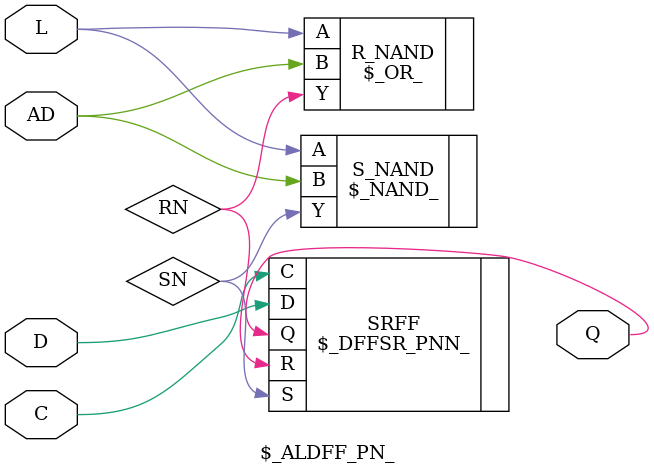
<source format=v>
module \$_ALDFF_PN_ (D, C, L, AD, Q);
input D, C, L, AD;
output reg Q;

wire RN, SN;

\$_OR_ R_NAND ( .Y(RN), .A(L), .B(AD) );

\$_NAND_ S_NAND ( .Y(SN), .A(L), .B(AD) );

\$_DFFSR_PNN_ SRFF (.C(C), 
    .S(SN), 
    .R(RN), 
    .D(D), 
    .Q(Q)
);

endmodule

</source>
